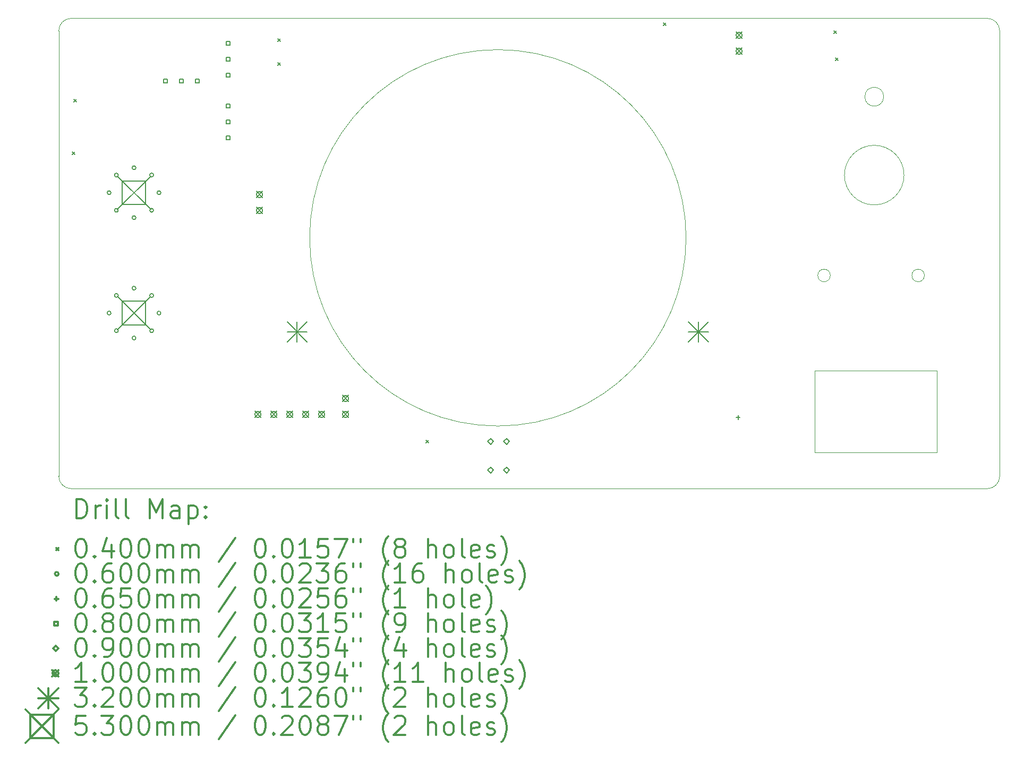
<source format=gbr>
%FSLAX45Y45*%
G04 Gerber Fmt 4.5, Leading zero omitted, Abs format (unit mm)*
G04 Created by KiCad (PCBNEW (5.1.10-1-10_14)) date 2021-10-15 11:06:59*
%MOMM*%
%LPD*%
G01*
G04 APERTURE LIST*
%TA.AperFunction,Profile*%
%ADD10C,0.050000*%
%TD*%
%ADD11C,0.200000*%
%ADD12C,0.300000*%
G04 APERTURE END LIST*
D10*
X22300000Y-6600000D02*
G75*
G03*
X22300000Y-6600000I-100000J0D01*
G01*
X8500000Y-2700000D02*
G75*
G02*
X8700000Y-2500000I200000J0D01*
G01*
X8700000Y-10000000D02*
G75*
G02*
X8500000Y-9800000I0J200000D01*
G01*
X23500000Y-9800000D02*
G75*
G02*
X23300000Y-10000000I-200000J0D01*
G01*
X20800000Y-6600000D02*
G75*
G03*
X20800000Y-6600000I-100000J0D01*
G01*
X21650000Y-3750000D02*
G75*
G03*
X21650000Y-3750000I-150000J0D01*
G01*
X20550000Y-9420600D02*
X20550000Y-8120600D01*
X22500000Y-9420600D02*
X20550000Y-9420600D01*
X22500000Y-8120600D02*
X22500000Y-9420600D01*
X20550000Y-8120600D02*
X22500000Y-8120600D01*
X23300000Y-2500000D02*
G75*
G02*
X23500000Y-2700000I0J-200000D01*
G01*
X21975000Y-5000000D02*
G75*
G03*
X21975000Y-5000000I-475000J0D01*
G01*
X18500000Y-6000000D02*
G75*
G03*
X18500000Y-6000000I-3000000J0D01*
G01*
X8500000Y-9800000D02*
X8500000Y-2700000D01*
X8700000Y-2500000D02*
X23300000Y-2500000D01*
X23500000Y-9800000D02*
X23500000Y-2700000D01*
X8700000Y-10000000D02*
X23300000Y-10000000D01*
D11*
X8717600Y-4628200D02*
X8757600Y-4668200D01*
X8757600Y-4628200D02*
X8717600Y-4668200D01*
X8743000Y-3790000D02*
X8783000Y-3830000D01*
X8783000Y-3790000D02*
X8743000Y-3830000D01*
X11994200Y-2824800D02*
X12034200Y-2864800D01*
X12034200Y-2824800D02*
X11994200Y-2864800D01*
X11994200Y-3205800D02*
X12034200Y-3245800D01*
X12034200Y-3205800D02*
X11994200Y-3245800D01*
X14356400Y-9225600D02*
X14396400Y-9265600D01*
X14396400Y-9225600D02*
X14356400Y-9265600D01*
X18141000Y-2570800D02*
X18181000Y-2610800D01*
X18181000Y-2570800D02*
X18141000Y-2610800D01*
X20858800Y-2697800D02*
X20898800Y-2737800D01*
X20898800Y-2697800D02*
X20858800Y-2737800D01*
X20884200Y-3129600D02*
X20924200Y-3169600D01*
X20924200Y-3129600D02*
X20884200Y-3169600D01*
X9332500Y-5280000D02*
G75*
G03*
X9332500Y-5280000I-30000J0D01*
G01*
X9332500Y-7200000D02*
G75*
G03*
X9332500Y-7200000I-30000J0D01*
G01*
X9448925Y-4998925D02*
G75*
G03*
X9448925Y-4998925I-30000J0D01*
G01*
X9448925Y-5561075D02*
G75*
G03*
X9448925Y-5561075I-30000J0D01*
G01*
X9448925Y-6918925D02*
G75*
G03*
X9448925Y-6918925I-30000J0D01*
G01*
X9448925Y-7481075D02*
G75*
G03*
X9448925Y-7481075I-30000J0D01*
G01*
X9730000Y-4882500D02*
G75*
G03*
X9730000Y-4882500I-30000J0D01*
G01*
X9730000Y-5677500D02*
G75*
G03*
X9730000Y-5677500I-30000J0D01*
G01*
X9730000Y-6802500D02*
G75*
G03*
X9730000Y-6802500I-30000J0D01*
G01*
X9730000Y-7597500D02*
G75*
G03*
X9730000Y-7597500I-30000J0D01*
G01*
X10011075Y-4998925D02*
G75*
G03*
X10011075Y-4998925I-30000J0D01*
G01*
X10011075Y-5561075D02*
G75*
G03*
X10011075Y-5561075I-30000J0D01*
G01*
X10011075Y-6918925D02*
G75*
G03*
X10011075Y-6918925I-30000J0D01*
G01*
X10011075Y-7481075D02*
G75*
G03*
X10011075Y-7481075I-30000J0D01*
G01*
X10127500Y-5280000D02*
G75*
G03*
X10127500Y-5280000I-30000J0D01*
G01*
X10127500Y-7200000D02*
G75*
G03*
X10127500Y-7200000I-30000J0D01*
G01*
X19329400Y-8832100D02*
X19329400Y-8897100D01*
X19296900Y-8864600D02*
X19361900Y-8864600D01*
X10228285Y-3528284D02*
X10228285Y-3471715D01*
X10171716Y-3471715D01*
X10171716Y-3528284D01*
X10228285Y-3528284D01*
X10482285Y-3528284D02*
X10482285Y-3471715D01*
X10425716Y-3471715D01*
X10425716Y-3528284D01*
X10482285Y-3528284D01*
X10736285Y-3528284D02*
X10736285Y-3471715D01*
X10679716Y-3471715D01*
X10679716Y-3528284D01*
X10736285Y-3528284D01*
X11228284Y-2928284D02*
X11228284Y-2871715D01*
X11171716Y-2871715D01*
X11171716Y-2928284D01*
X11228284Y-2928284D01*
X11228284Y-3182284D02*
X11228284Y-3125715D01*
X11171716Y-3125715D01*
X11171716Y-3182284D01*
X11228284Y-3182284D01*
X11228284Y-3436284D02*
X11228284Y-3379715D01*
X11171716Y-3379715D01*
X11171716Y-3436284D01*
X11228284Y-3436284D01*
X11228284Y-3928284D02*
X11228284Y-3871715D01*
X11171716Y-3871715D01*
X11171716Y-3928284D01*
X11228284Y-3928284D01*
X11228284Y-4182284D02*
X11228284Y-4125715D01*
X11171716Y-4125715D01*
X11171716Y-4182284D01*
X11228284Y-4182284D01*
X11228284Y-4436285D02*
X11228284Y-4379716D01*
X11171716Y-4379716D01*
X11171716Y-4436285D01*
X11228284Y-4436285D01*
X15383400Y-9292400D02*
X15428400Y-9247400D01*
X15383400Y-9202400D01*
X15338400Y-9247400D01*
X15383400Y-9292400D01*
X15383400Y-9749600D02*
X15428400Y-9704600D01*
X15383400Y-9659600D01*
X15338400Y-9704600D01*
X15383400Y-9749600D01*
X15637400Y-9292400D02*
X15682400Y-9247400D01*
X15637400Y-9202400D01*
X15592400Y-9247400D01*
X15637400Y-9292400D01*
X15637400Y-9749600D02*
X15682400Y-9704600D01*
X15637400Y-9659600D01*
X15592400Y-9704600D01*
X15637400Y-9749600D01*
X11625000Y-8765600D02*
X11725000Y-8865600D01*
X11725000Y-8765600D02*
X11625000Y-8865600D01*
X11725000Y-8815600D02*
G75*
G03*
X11725000Y-8815600I-50000J0D01*
G01*
X11650400Y-5260400D02*
X11750400Y-5360400D01*
X11750400Y-5260400D02*
X11650400Y-5360400D01*
X11750400Y-5310400D02*
G75*
G03*
X11750400Y-5310400I-50000J0D01*
G01*
X11650400Y-5514400D02*
X11750400Y-5614400D01*
X11750400Y-5514400D02*
X11650400Y-5614400D01*
X11750400Y-5564400D02*
G75*
G03*
X11750400Y-5564400I-50000J0D01*
G01*
X11879000Y-8765600D02*
X11979000Y-8865600D01*
X11979000Y-8765600D02*
X11879000Y-8865600D01*
X11979000Y-8815600D02*
G75*
G03*
X11979000Y-8815600I-50000J0D01*
G01*
X12133000Y-8765600D02*
X12233000Y-8865600D01*
X12233000Y-8765600D02*
X12133000Y-8865600D01*
X12233000Y-8815600D02*
G75*
G03*
X12233000Y-8815600I-50000J0D01*
G01*
X12387000Y-8765600D02*
X12487000Y-8865600D01*
X12487000Y-8765600D02*
X12387000Y-8865600D01*
X12487000Y-8815600D02*
G75*
G03*
X12487000Y-8815600I-50000J0D01*
G01*
X12641000Y-8765600D02*
X12741000Y-8865600D01*
X12741000Y-8765600D02*
X12641000Y-8865600D01*
X12741000Y-8815600D02*
G75*
G03*
X12741000Y-8815600I-50000J0D01*
G01*
X13022000Y-8511600D02*
X13122000Y-8611600D01*
X13122000Y-8511600D02*
X13022000Y-8611600D01*
X13122000Y-8561600D02*
G75*
G03*
X13122000Y-8561600I-50000J0D01*
G01*
X13022000Y-8765600D02*
X13122000Y-8865600D01*
X13122000Y-8765600D02*
X13022000Y-8865600D01*
X13122000Y-8815600D02*
G75*
G03*
X13122000Y-8815600I-50000J0D01*
G01*
X19295800Y-2720400D02*
X19395800Y-2820400D01*
X19395800Y-2720400D02*
X19295800Y-2820400D01*
X19395800Y-2770400D02*
G75*
G03*
X19395800Y-2770400I-50000J0D01*
G01*
X19295800Y-2974400D02*
X19395800Y-3074400D01*
X19395800Y-2974400D02*
X19295800Y-3074400D01*
X19395800Y-3024400D02*
G75*
G03*
X19395800Y-3024400I-50000J0D01*
G01*
X12140000Y-7340000D02*
X12460000Y-7660000D01*
X12460000Y-7340000D02*
X12140000Y-7660000D01*
X12300000Y-7340000D02*
X12300000Y-7660000D01*
X12140000Y-7500000D02*
X12460000Y-7500000D01*
X18540000Y-7340000D02*
X18860000Y-7660000D01*
X18860000Y-7340000D02*
X18540000Y-7660000D01*
X18700000Y-7340000D02*
X18700000Y-7660000D01*
X18540000Y-7500000D02*
X18860000Y-7500000D01*
X9435000Y-5015000D02*
X9965000Y-5545000D01*
X9965000Y-5015000D02*
X9435000Y-5545000D01*
X9887385Y-5467385D02*
X9887385Y-5092615D01*
X9512615Y-5092615D01*
X9512615Y-5467385D01*
X9887385Y-5467385D01*
X9435000Y-6935000D02*
X9965000Y-7465000D01*
X9965000Y-6935000D02*
X9435000Y-7465000D01*
X9887385Y-7387385D02*
X9887385Y-7012615D01*
X9512615Y-7012615D01*
X9512615Y-7387385D01*
X9887385Y-7387385D01*
D12*
X8783928Y-10468214D02*
X8783928Y-10168214D01*
X8855357Y-10168214D01*
X8898214Y-10182500D01*
X8926786Y-10211072D01*
X8941071Y-10239643D01*
X8955357Y-10296786D01*
X8955357Y-10339643D01*
X8941071Y-10396786D01*
X8926786Y-10425357D01*
X8898214Y-10453929D01*
X8855357Y-10468214D01*
X8783928Y-10468214D01*
X9083928Y-10468214D02*
X9083928Y-10268214D01*
X9083928Y-10325357D02*
X9098214Y-10296786D01*
X9112500Y-10282500D01*
X9141071Y-10268214D01*
X9169643Y-10268214D01*
X9269643Y-10468214D02*
X9269643Y-10268214D01*
X9269643Y-10168214D02*
X9255357Y-10182500D01*
X9269643Y-10196786D01*
X9283928Y-10182500D01*
X9269643Y-10168214D01*
X9269643Y-10196786D01*
X9455357Y-10468214D02*
X9426786Y-10453929D01*
X9412500Y-10425357D01*
X9412500Y-10168214D01*
X9612500Y-10468214D02*
X9583928Y-10453929D01*
X9569643Y-10425357D01*
X9569643Y-10168214D01*
X9955357Y-10468214D02*
X9955357Y-10168214D01*
X10055357Y-10382500D01*
X10155357Y-10168214D01*
X10155357Y-10468214D01*
X10426786Y-10468214D02*
X10426786Y-10311072D01*
X10412500Y-10282500D01*
X10383928Y-10268214D01*
X10326786Y-10268214D01*
X10298214Y-10282500D01*
X10426786Y-10453929D02*
X10398214Y-10468214D01*
X10326786Y-10468214D01*
X10298214Y-10453929D01*
X10283928Y-10425357D01*
X10283928Y-10396786D01*
X10298214Y-10368214D01*
X10326786Y-10353929D01*
X10398214Y-10353929D01*
X10426786Y-10339643D01*
X10569643Y-10268214D02*
X10569643Y-10568214D01*
X10569643Y-10282500D02*
X10598214Y-10268214D01*
X10655357Y-10268214D01*
X10683928Y-10282500D01*
X10698214Y-10296786D01*
X10712500Y-10325357D01*
X10712500Y-10411072D01*
X10698214Y-10439643D01*
X10683928Y-10453929D01*
X10655357Y-10468214D01*
X10598214Y-10468214D01*
X10569643Y-10453929D01*
X10841071Y-10439643D02*
X10855357Y-10453929D01*
X10841071Y-10468214D01*
X10826786Y-10453929D01*
X10841071Y-10439643D01*
X10841071Y-10468214D01*
X10841071Y-10282500D02*
X10855357Y-10296786D01*
X10841071Y-10311072D01*
X10826786Y-10296786D01*
X10841071Y-10282500D01*
X10841071Y-10311072D01*
X8457500Y-10942500D02*
X8497500Y-10982500D01*
X8497500Y-10942500D02*
X8457500Y-10982500D01*
X8841071Y-10798214D02*
X8869643Y-10798214D01*
X8898214Y-10812500D01*
X8912500Y-10826786D01*
X8926786Y-10855357D01*
X8941071Y-10912500D01*
X8941071Y-10983929D01*
X8926786Y-11041072D01*
X8912500Y-11069643D01*
X8898214Y-11083929D01*
X8869643Y-11098214D01*
X8841071Y-11098214D01*
X8812500Y-11083929D01*
X8798214Y-11069643D01*
X8783928Y-11041072D01*
X8769643Y-10983929D01*
X8769643Y-10912500D01*
X8783928Y-10855357D01*
X8798214Y-10826786D01*
X8812500Y-10812500D01*
X8841071Y-10798214D01*
X9069643Y-11069643D02*
X9083928Y-11083929D01*
X9069643Y-11098214D01*
X9055357Y-11083929D01*
X9069643Y-11069643D01*
X9069643Y-11098214D01*
X9341071Y-10898214D02*
X9341071Y-11098214D01*
X9269643Y-10783929D02*
X9198214Y-10998214D01*
X9383928Y-10998214D01*
X9555357Y-10798214D02*
X9583928Y-10798214D01*
X9612500Y-10812500D01*
X9626786Y-10826786D01*
X9641071Y-10855357D01*
X9655357Y-10912500D01*
X9655357Y-10983929D01*
X9641071Y-11041072D01*
X9626786Y-11069643D01*
X9612500Y-11083929D01*
X9583928Y-11098214D01*
X9555357Y-11098214D01*
X9526786Y-11083929D01*
X9512500Y-11069643D01*
X9498214Y-11041072D01*
X9483928Y-10983929D01*
X9483928Y-10912500D01*
X9498214Y-10855357D01*
X9512500Y-10826786D01*
X9526786Y-10812500D01*
X9555357Y-10798214D01*
X9841071Y-10798214D02*
X9869643Y-10798214D01*
X9898214Y-10812500D01*
X9912500Y-10826786D01*
X9926786Y-10855357D01*
X9941071Y-10912500D01*
X9941071Y-10983929D01*
X9926786Y-11041072D01*
X9912500Y-11069643D01*
X9898214Y-11083929D01*
X9869643Y-11098214D01*
X9841071Y-11098214D01*
X9812500Y-11083929D01*
X9798214Y-11069643D01*
X9783928Y-11041072D01*
X9769643Y-10983929D01*
X9769643Y-10912500D01*
X9783928Y-10855357D01*
X9798214Y-10826786D01*
X9812500Y-10812500D01*
X9841071Y-10798214D01*
X10069643Y-11098214D02*
X10069643Y-10898214D01*
X10069643Y-10926786D02*
X10083928Y-10912500D01*
X10112500Y-10898214D01*
X10155357Y-10898214D01*
X10183928Y-10912500D01*
X10198214Y-10941072D01*
X10198214Y-11098214D01*
X10198214Y-10941072D02*
X10212500Y-10912500D01*
X10241071Y-10898214D01*
X10283928Y-10898214D01*
X10312500Y-10912500D01*
X10326786Y-10941072D01*
X10326786Y-11098214D01*
X10469643Y-11098214D02*
X10469643Y-10898214D01*
X10469643Y-10926786D02*
X10483928Y-10912500D01*
X10512500Y-10898214D01*
X10555357Y-10898214D01*
X10583928Y-10912500D01*
X10598214Y-10941072D01*
X10598214Y-11098214D01*
X10598214Y-10941072D02*
X10612500Y-10912500D01*
X10641071Y-10898214D01*
X10683928Y-10898214D01*
X10712500Y-10912500D01*
X10726786Y-10941072D01*
X10726786Y-11098214D01*
X11312500Y-10783929D02*
X11055357Y-11169643D01*
X11698214Y-10798214D02*
X11726786Y-10798214D01*
X11755357Y-10812500D01*
X11769643Y-10826786D01*
X11783928Y-10855357D01*
X11798214Y-10912500D01*
X11798214Y-10983929D01*
X11783928Y-11041072D01*
X11769643Y-11069643D01*
X11755357Y-11083929D01*
X11726786Y-11098214D01*
X11698214Y-11098214D01*
X11669643Y-11083929D01*
X11655357Y-11069643D01*
X11641071Y-11041072D01*
X11626786Y-10983929D01*
X11626786Y-10912500D01*
X11641071Y-10855357D01*
X11655357Y-10826786D01*
X11669643Y-10812500D01*
X11698214Y-10798214D01*
X11926786Y-11069643D02*
X11941071Y-11083929D01*
X11926786Y-11098214D01*
X11912500Y-11083929D01*
X11926786Y-11069643D01*
X11926786Y-11098214D01*
X12126786Y-10798214D02*
X12155357Y-10798214D01*
X12183928Y-10812500D01*
X12198214Y-10826786D01*
X12212500Y-10855357D01*
X12226786Y-10912500D01*
X12226786Y-10983929D01*
X12212500Y-11041072D01*
X12198214Y-11069643D01*
X12183928Y-11083929D01*
X12155357Y-11098214D01*
X12126786Y-11098214D01*
X12098214Y-11083929D01*
X12083928Y-11069643D01*
X12069643Y-11041072D01*
X12055357Y-10983929D01*
X12055357Y-10912500D01*
X12069643Y-10855357D01*
X12083928Y-10826786D01*
X12098214Y-10812500D01*
X12126786Y-10798214D01*
X12512500Y-11098214D02*
X12341071Y-11098214D01*
X12426786Y-11098214D02*
X12426786Y-10798214D01*
X12398214Y-10841072D01*
X12369643Y-10869643D01*
X12341071Y-10883929D01*
X12783928Y-10798214D02*
X12641071Y-10798214D01*
X12626786Y-10941072D01*
X12641071Y-10926786D01*
X12669643Y-10912500D01*
X12741071Y-10912500D01*
X12769643Y-10926786D01*
X12783928Y-10941072D01*
X12798214Y-10969643D01*
X12798214Y-11041072D01*
X12783928Y-11069643D01*
X12769643Y-11083929D01*
X12741071Y-11098214D01*
X12669643Y-11098214D01*
X12641071Y-11083929D01*
X12626786Y-11069643D01*
X12898214Y-10798214D02*
X13098214Y-10798214D01*
X12969643Y-11098214D01*
X13198214Y-10798214D02*
X13198214Y-10855357D01*
X13312500Y-10798214D02*
X13312500Y-10855357D01*
X13755357Y-11212500D02*
X13741071Y-11198214D01*
X13712500Y-11155357D01*
X13698214Y-11126786D01*
X13683928Y-11083929D01*
X13669643Y-11012500D01*
X13669643Y-10955357D01*
X13683928Y-10883929D01*
X13698214Y-10841072D01*
X13712500Y-10812500D01*
X13741071Y-10769643D01*
X13755357Y-10755357D01*
X13912500Y-10926786D02*
X13883928Y-10912500D01*
X13869643Y-10898214D01*
X13855357Y-10869643D01*
X13855357Y-10855357D01*
X13869643Y-10826786D01*
X13883928Y-10812500D01*
X13912500Y-10798214D01*
X13969643Y-10798214D01*
X13998214Y-10812500D01*
X14012500Y-10826786D01*
X14026786Y-10855357D01*
X14026786Y-10869643D01*
X14012500Y-10898214D01*
X13998214Y-10912500D01*
X13969643Y-10926786D01*
X13912500Y-10926786D01*
X13883928Y-10941072D01*
X13869643Y-10955357D01*
X13855357Y-10983929D01*
X13855357Y-11041072D01*
X13869643Y-11069643D01*
X13883928Y-11083929D01*
X13912500Y-11098214D01*
X13969643Y-11098214D01*
X13998214Y-11083929D01*
X14012500Y-11069643D01*
X14026786Y-11041072D01*
X14026786Y-10983929D01*
X14012500Y-10955357D01*
X13998214Y-10941072D01*
X13969643Y-10926786D01*
X14383928Y-11098214D02*
X14383928Y-10798214D01*
X14512500Y-11098214D02*
X14512500Y-10941072D01*
X14498214Y-10912500D01*
X14469643Y-10898214D01*
X14426786Y-10898214D01*
X14398214Y-10912500D01*
X14383928Y-10926786D01*
X14698214Y-11098214D02*
X14669643Y-11083929D01*
X14655357Y-11069643D01*
X14641071Y-11041072D01*
X14641071Y-10955357D01*
X14655357Y-10926786D01*
X14669643Y-10912500D01*
X14698214Y-10898214D01*
X14741071Y-10898214D01*
X14769643Y-10912500D01*
X14783928Y-10926786D01*
X14798214Y-10955357D01*
X14798214Y-11041072D01*
X14783928Y-11069643D01*
X14769643Y-11083929D01*
X14741071Y-11098214D01*
X14698214Y-11098214D01*
X14969643Y-11098214D02*
X14941071Y-11083929D01*
X14926786Y-11055357D01*
X14926786Y-10798214D01*
X15198214Y-11083929D02*
X15169643Y-11098214D01*
X15112500Y-11098214D01*
X15083928Y-11083929D01*
X15069643Y-11055357D01*
X15069643Y-10941072D01*
X15083928Y-10912500D01*
X15112500Y-10898214D01*
X15169643Y-10898214D01*
X15198214Y-10912500D01*
X15212500Y-10941072D01*
X15212500Y-10969643D01*
X15069643Y-10998214D01*
X15326786Y-11083929D02*
X15355357Y-11098214D01*
X15412500Y-11098214D01*
X15441071Y-11083929D01*
X15455357Y-11055357D01*
X15455357Y-11041072D01*
X15441071Y-11012500D01*
X15412500Y-10998214D01*
X15369643Y-10998214D01*
X15341071Y-10983929D01*
X15326786Y-10955357D01*
X15326786Y-10941072D01*
X15341071Y-10912500D01*
X15369643Y-10898214D01*
X15412500Y-10898214D01*
X15441071Y-10912500D01*
X15555357Y-11212500D02*
X15569643Y-11198214D01*
X15598214Y-11155357D01*
X15612500Y-11126786D01*
X15626786Y-11083929D01*
X15641071Y-11012500D01*
X15641071Y-10955357D01*
X15626786Y-10883929D01*
X15612500Y-10841072D01*
X15598214Y-10812500D01*
X15569643Y-10769643D01*
X15555357Y-10755357D01*
X8497500Y-11358500D02*
G75*
G03*
X8497500Y-11358500I-30000J0D01*
G01*
X8841071Y-11194214D02*
X8869643Y-11194214D01*
X8898214Y-11208500D01*
X8912500Y-11222786D01*
X8926786Y-11251357D01*
X8941071Y-11308500D01*
X8941071Y-11379929D01*
X8926786Y-11437071D01*
X8912500Y-11465643D01*
X8898214Y-11479929D01*
X8869643Y-11494214D01*
X8841071Y-11494214D01*
X8812500Y-11479929D01*
X8798214Y-11465643D01*
X8783928Y-11437071D01*
X8769643Y-11379929D01*
X8769643Y-11308500D01*
X8783928Y-11251357D01*
X8798214Y-11222786D01*
X8812500Y-11208500D01*
X8841071Y-11194214D01*
X9069643Y-11465643D02*
X9083928Y-11479929D01*
X9069643Y-11494214D01*
X9055357Y-11479929D01*
X9069643Y-11465643D01*
X9069643Y-11494214D01*
X9341071Y-11194214D02*
X9283928Y-11194214D01*
X9255357Y-11208500D01*
X9241071Y-11222786D01*
X9212500Y-11265643D01*
X9198214Y-11322786D01*
X9198214Y-11437071D01*
X9212500Y-11465643D01*
X9226786Y-11479929D01*
X9255357Y-11494214D01*
X9312500Y-11494214D01*
X9341071Y-11479929D01*
X9355357Y-11465643D01*
X9369643Y-11437071D01*
X9369643Y-11365643D01*
X9355357Y-11337071D01*
X9341071Y-11322786D01*
X9312500Y-11308500D01*
X9255357Y-11308500D01*
X9226786Y-11322786D01*
X9212500Y-11337071D01*
X9198214Y-11365643D01*
X9555357Y-11194214D02*
X9583928Y-11194214D01*
X9612500Y-11208500D01*
X9626786Y-11222786D01*
X9641071Y-11251357D01*
X9655357Y-11308500D01*
X9655357Y-11379929D01*
X9641071Y-11437071D01*
X9626786Y-11465643D01*
X9612500Y-11479929D01*
X9583928Y-11494214D01*
X9555357Y-11494214D01*
X9526786Y-11479929D01*
X9512500Y-11465643D01*
X9498214Y-11437071D01*
X9483928Y-11379929D01*
X9483928Y-11308500D01*
X9498214Y-11251357D01*
X9512500Y-11222786D01*
X9526786Y-11208500D01*
X9555357Y-11194214D01*
X9841071Y-11194214D02*
X9869643Y-11194214D01*
X9898214Y-11208500D01*
X9912500Y-11222786D01*
X9926786Y-11251357D01*
X9941071Y-11308500D01*
X9941071Y-11379929D01*
X9926786Y-11437071D01*
X9912500Y-11465643D01*
X9898214Y-11479929D01*
X9869643Y-11494214D01*
X9841071Y-11494214D01*
X9812500Y-11479929D01*
X9798214Y-11465643D01*
X9783928Y-11437071D01*
X9769643Y-11379929D01*
X9769643Y-11308500D01*
X9783928Y-11251357D01*
X9798214Y-11222786D01*
X9812500Y-11208500D01*
X9841071Y-11194214D01*
X10069643Y-11494214D02*
X10069643Y-11294214D01*
X10069643Y-11322786D02*
X10083928Y-11308500D01*
X10112500Y-11294214D01*
X10155357Y-11294214D01*
X10183928Y-11308500D01*
X10198214Y-11337071D01*
X10198214Y-11494214D01*
X10198214Y-11337071D02*
X10212500Y-11308500D01*
X10241071Y-11294214D01*
X10283928Y-11294214D01*
X10312500Y-11308500D01*
X10326786Y-11337071D01*
X10326786Y-11494214D01*
X10469643Y-11494214D02*
X10469643Y-11294214D01*
X10469643Y-11322786D02*
X10483928Y-11308500D01*
X10512500Y-11294214D01*
X10555357Y-11294214D01*
X10583928Y-11308500D01*
X10598214Y-11337071D01*
X10598214Y-11494214D01*
X10598214Y-11337071D02*
X10612500Y-11308500D01*
X10641071Y-11294214D01*
X10683928Y-11294214D01*
X10712500Y-11308500D01*
X10726786Y-11337071D01*
X10726786Y-11494214D01*
X11312500Y-11179929D02*
X11055357Y-11565643D01*
X11698214Y-11194214D02*
X11726786Y-11194214D01*
X11755357Y-11208500D01*
X11769643Y-11222786D01*
X11783928Y-11251357D01*
X11798214Y-11308500D01*
X11798214Y-11379929D01*
X11783928Y-11437071D01*
X11769643Y-11465643D01*
X11755357Y-11479929D01*
X11726786Y-11494214D01*
X11698214Y-11494214D01*
X11669643Y-11479929D01*
X11655357Y-11465643D01*
X11641071Y-11437071D01*
X11626786Y-11379929D01*
X11626786Y-11308500D01*
X11641071Y-11251357D01*
X11655357Y-11222786D01*
X11669643Y-11208500D01*
X11698214Y-11194214D01*
X11926786Y-11465643D02*
X11941071Y-11479929D01*
X11926786Y-11494214D01*
X11912500Y-11479929D01*
X11926786Y-11465643D01*
X11926786Y-11494214D01*
X12126786Y-11194214D02*
X12155357Y-11194214D01*
X12183928Y-11208500D01*
X12198214Y-11222786D01*
X12212500Y-11251357D01*
X12226786Y-11308500D01*
X12226786Y-11379929D01*
X12212500Y-11437071D01*
X12198214Y-11465643D01*
X12183928Y-11479929D01*
X12155357Y-11494214D01*
X12126786Y-11494214D01*
X12098214Y-11479929D01*
X12083928Y-11465643D01*
X12069643Y-11437071D01*
X12055357Y-11379929D01*
X12055357Y-11308500D01*
X12069643Y-11251357D01*
X12083928Y-11222786D01*
X12098214Y-11208500D01*
X12126786Y-11194214D01*
X12341071Y-11222786D02*
X12355357Y-11208500D01*
X12383928Y-11194214D01*
X12455357Y-11194214D01*
X12483928Y-11208500D01*
X12498214Y-11222786D01*
X12512500Y-11251357D01*
X12512500Y-11279929D01*
X12498214Y-11322786D01*
X12326786Y-11494214D01*
X12512500Y-11494214D01*
X12612500Y-11194214D02*
X12798214Y-11194214D01*
X12698214Y-11308500D01*
X12741071Y-11308500D01*
X12769643Y-11322786D01*
X12783928Y-11337071D01*
X12798214Y-11365643D01*
X12798214Y-11437071D01*
X12783928Y-11465643D01*
X12769643Y-11479929D01*
X12741071Y-11494214D01*
X12655357Y-11494214D01*
X12626786Y-11479929D01*
X12612500Y-11465643D01*
X13055357Y-11194214D02*
X12998214Y-11194214D01*
X12969643Y-11208500D01*
X12955357Y-11222786D01*
X12926786Y-11265643D01*
X12912500Y-11322786D01*
X12912500Y-11437071D01*
X12926786Y-11465643D01*
X12941071Y-11479929D01*
X12969643Y-11494214D01*
X13026786Y-11494214D01*
X13055357Y-11479929D01*
X13069643Y-11465643D01*
X13083928Y-11437071D01*
X13083928Y-11365643D01*
X13069643Y-11337071D01*
X13055357Y-11322786D01*
X13026786Y-11308500D01*
X12969643Y-11308500D01*
X12941071Y-11322786D01*
X12926786Y-11337071D01*
X12912500Y-11365643D01*
X13198214Y-11194214D02*
X13198214Y-11251357D01*
X13312500Y-11194214D02*
X13312500Y-11251357D01*
X13755357Y-11608500D02*
X13741071Y-11594214D01*
X13712500Y-11551357D01*
X13698214Y-11522786D01*
X13683928Y-11479929D01*
X13669643Y-11408500D01*
X13669643Y-11351357D01*
X13683928Y-11279929D01*
X13698214Y-11237071D01*
X13712500Y-11208500D01*
X13741071Y-11165643D01*
X13755357Y-11151357D01*
X14026786Y-11494214D02*
X13855357Y-11494214D01*
X13941071Y-11494214D02*
X13941071Y-11194214D01*
X13912500Y-11237071D01*
X13883928Y-11265643D01*
X13855357Y-11279929D01*
X14283928Y-11194214D02*
X14226786Y-11194214D01*
X14198214Y-11208500D01*
X14183928Y-11222786D01*
X14155357Y-11265643D01*
X14141071Y-11322786D01*
X14141071Y-11437071D01*
X14155357Y-11465643D01*
X14169643Y-11479929D01*
X14198214Y-11494214D01*
X14255357Y-11494214D01*
X14283928Y-11479929D01*
X14298214Y-11465643D01*
X14312500Y-11437071D01*
X14312500Y-11365643D01*
X14298214Y-11337071D01*
X14283928Y-11322786D01*
X14255357Y-11308500D01*
X14198214Y-11308500D01*
X14169643Y-11322786D01*
X14155357Y-11337071D01*
X14141071Y-11365643D01*
X14669643Y-11494214D02*
X14669643Y-11194214D01*
X14798214Y-11494214D02*
X14798214Y-11337071D01*
X14783928Y-11308500D01*
X14755357Y-11294214D01*
X14712500Y-11294214D01*
X14683928Y-11308500D01*
X14669643Y-11322786D01*
X14983928Y-11494214D02*
X14955357Y-11479929D01*
X14941071Y-11465643D01*
X14926786Y-11437071D01*
X14926786Y-11351357D01*
X14941071Y-11322786D01*
X14955357Y-11308500D01*
X14983928Y-11294214D01*
X15026786Y-11294214D01*
X15055357Y-11308500D01*
X15069643Y-11322786D01*
X15083928Y-11351357D01*
X15083928Y-11437071D01*
X15069643Y-11465643D01*
X15055357Y-11479929D01*
X15026786Y-11494214D01*
X14983928Y-11494214D01*
X15255357Y-11494214D02*
X15226786Y-11479929D01*
X15212500Y-11451357D01*
X15212500Y-11194214D01*
X15483928Y-11479929D02*
X15455357Y-11494214D01*
X15398214Y-11494214D01*
X15369643Y-11479929D01*
X15355357Y-11451357D01*
X15355357Y-11337071D01*
X15369643Y-11308500D01*
X15398214Y-11294214D01*
X15455357Y-11294214D01*
X15483928Y-11308500D01*
X15498214Y-11337071D01*
X15498214Y-11365643D01*
X15355357Y-11394214D01*
X15612500Y-11479929D02*
X15641071Y-11494214D01*
X15698214Y-11494214D01*
X15726786Y-11479929D01*
X15741071Y-11451357D01*
X15741071Y-11437071D01*
X15726786Y-11408500D01*
X15698214Y-11394214D01*
X15655357Y-11394214D01*
X15626786Y-11379929D01*
X15612500Y-11351357D01*
X15612500Y-11337071D01*
X15626786Y-11308500D01*
X15655357Y-11294214D01*
X15698214Y-11294214D01*
X15726786Y-11308500D01*
X15841071Y-11608500D02*
X15855357Y-11594214D01*
X15883928Y-11551357D01*
X15898214Y-11522786D01*
X15912500Y-11479929D01*
X15926786Y-11408500D01*
X15926786Y-11351357D01*
X15912500Y-11279929D01*
X15898214Y-11237071D01*
X15883928Y-11208500D01*
X15855357Y-11165643D01*
X15841071Y-11151357D01*
X8465000Y-11722000D02*
X8465000Y-11787000D01*
X8432500Y-11754500D02*
X8497500Y-11754500D01*
X8841071Y-11590214D02*
X8869643Y-11590214D01*
X8898214Y-11604500D01*
X8912500Y-11618786D01*
X8926786Y-11647357D01*
X8941071Y-11704500D01*
X8941071Y-11775929D01*
X8926786Y-11833071D01*
X8912500Y-11861643D01*
X8898214Y-11875929D01*
X8869643Y-11890214D01*
X8841071Y-11890214D01*
X8812500Y-11875929D01*
X8798214Y-11861643D01*
X8783928Y-11833071D01*
X8769643Y-11775929D01*
X8769643Y-11704500D01*
X8783928Y-11647357D01*
X8798214Y-11618786D01*
X8812500Y-11604500D01*
X8841071Y-11590214D01*
X9069643Y-11861643D02*
X9083928Y-11875929D01*
X9069643Y-11890214D01*
X9055357Y-11875929D01*
X9069643Y-11861643D01*
X9069643Y-11890214D01*
X9341071Y-11590214D02*
X9283928Y-11590214D01*
X9255357Y-11604500D01*
X9241071Y-11618786D01*
X9212500Y-11661643D01*
X9198214Y-11718786D01*
X9198214Y-11833071D01*
X9212500Y-11861643D01*
X9226786Y-11875929D01*
X9255357Y-11890214D01*
X9312500Y-11890214D01*
X9341071Y-11875929D01*
X9355357Y-11861643D01*
X9369643Y-11833071D01*
X9369643Y-11761643D01*
X9355357Y-11733071D01*
X9341071Y-11718786D01*
X9312500Y-11704500D01*
X9255357Y-11704500D01*
X9226786Y-11718786D01*
X9212500Y-11733071D01*
X9198214Y-11761643D01*
X9641071Y-11590214D02*
X9498214Y-11590214D01*
X9483928Y-11733071D01*
X9498214Y-11718786D01*
X9526786Y-11704500D01*
X9598214Y-11704500D01*
X9626786Y-11718786D01*
X9641071Y-11733071D01*
X9655357Y-11761643D01*
X9655357Y-11833071D01*
X9641071Y-11861643D01*
X9626786Y-11875929D01*
X9598214Y-11890214D01*
X9526786Y-11890214D01*
X9498214Y-11875929D01*
X9483928Y-11861643D01*
X9841071Y-11590214D02*
X9869643Y-11590214D01*
X9898214Y-11604500D01*
X9912500Y-11618786D01*
X9926786Y-11647357D01*
X9941071Y-11704500D01*
X9941071Y-11775929D01*
X9926786Y-11833071D01*
X9912500Y-11861643D01*
X9898214Y-11875929D01*
X9869643Y-11890214D01*
X9841071Y-11890214D01*
X9812500Y-11875929D01*
X9798214Y-11861643D01*
X9783928Y-11833071D01*
X9769643Y-11775929D01*
X9769643Y-11704500D01*
X9783928Y-11647357D01*
X9798214Y-11618786D01*
X9812500Y-11604500D01*
X9841071Y-11590214D01*
X10069643Y-11890214D02*
X10069643Y-11690214D01*
X10069643Y-11718786D02*
X10083928Y-11704500D01*
X10112500Y-11690214D01*
X10155357Y-11690214D01*
X10183928Y-11704500D01*
X10198214Y-11733071D01*
X10198214Y-11890214D01*
X10198214Y-11733071D02*
X10212500Y-11704500D01*
X10241071Y-11690214D01*
X10283928Y-11690214D01*
X10312500Y-11704500D01*
X10326786Y-11733071D01*
X10326786Y-11890214D01*
X10469643Y-11890214D02*
X10469643Y-11690214D01*
X10469643Y-11718786D02*
X10483928Y-11704500D01*
X10512500Y-11690214D01*
X10555357Y-11690214D01*
X10583928Y-11704500D01*
X10598214Y-11733071D01*
X10598214Y-11890214D01*
X10598214Y-11733071D02*
X10612500Y-11704500D01*
X10641071Y-11690214D01*
X10683928Y-11690214D01*
X10712500Y-11704500D01*
X10726786Y-11733071D01*
X10726786Y-11890214D01*
X11312500Y-11575929D02*
X11055357Y-11961643D01*
X11698214Y-11590214D02*
X11726786Y-11590214D01*
X11755357Y-11604500D01*
X11769643Y-11618786D01*
X11783928Y-11647357D01*
X11798214Y-11704500D01*
X11798214Y-11775929D01*
X11783928Y-11833071D01*
X11769643Y-11861643D01*
X11755357Y-11875929D01*
X11726786Y-11890214D01*
X11698214Y-11890214D01*
X11669643Y-11875929D01*
X11655357Y-11861643D01*
X11641071Y-11833071D01*
X11626786Y-11775929D01*
X11626786Y-11704500D01*
X11641071Y-11647357D01*
X11655357Y-11618786D01*
X11669643Y-11604500D01*
X11698214Y-11590214D01*
X11926786Y-11861643D02*
X11941071Y-11875929D01*
X11926786Y-11890214D01*
X11912500Y-11875929D01*
X11926786Y-11861643D01*
X11926786Y-11890214D01*
X12126786Y-11590214D02*
X12155357Y-11590214D01*
X12183928Y-11604500D01*
X12198214Y-11618786D01*
X12212500Y-11647357D01*
X12226786Y-11704500D01*
X12226786Y-11775929D01*
X12212500Y-11833071D01*
X12198214Y-11861643D01*
X12183928Y-11875929D01*
X12155357Y-11890214D01*
X12126786Y-11890214D01*
X12098214Y-11875929D01*
X12083928Y-11861643D01*
X12069643Y-11833071D01*
X12055357Y-11775929D01*
X12055357Y-11704500D01*
X12069643Y-11647357D01*
X12083928Y-11618786D01*
X12098214Y-11604500D01*
X12126786Y-11590214D01*
X12341071Y-11618786D02*
X12355357Y-11604500D01*
X12383928Y-11590214D01*
X12455357Y-11590214D01*
X12483928Y-11604500D01*
X12498214Y-11618786D01*
X12512500Y-11647357D01*
X12512500Y-11675929D01*
X12498214Y-11718786D01*
X12326786Y-11890214D01*
X12512500Y-11890214D01*
X12783928Y-11590214D02*
X12641071Y-11590214D01*
X12626786Y-11733071D01*
X12641071Y-11718786D01*
X12669643Y-11704500D01*
X12741071Y-11704500D01*
X12769643Y-11718786D01*
X12783928Y-11733071D01*
X12798214Y-11761643D01*
X12798214Y-11833071D01*
X12783928Y-11861643D01*
X12769643Y-11875929D01*
X12741071Y-11890214D01*
X12669643Y-11890214D01*
X12641071Y-11875929D01*
X12626786Y-11861643D01*
X13055357Y-11590214D02*
X12998214Y-11590214D01*
X12969643Y-11604500D01*
X12955357Y-11618786D01*
X12926786Y-11661643D01*
X12912500Y-11718786D01*
X12912500Y-11833071D01*
X12926786Y-11861643D01*
X12941071Y-11875929D01*
X12969643Y-11890214D01*
X13026786Y-11890214D01*
X13055357Y-11875929D01*
X13069643Y-11861643D01*
X13083928Y-11833071D01*
X13083928Y-11761643D01*
X13069643Y-11733071D01*
X13055357Y-11718786D01*
X13026786Y-11704500D01*
X12969643Y-11704500D01*
X12941071Y-11718786D01*
X12926786Y-11733071D01*
X12912500Y-11761643D01*
X13198214Y-11590214D02*
X13198214Y-11647357D01*
X13312500Y-11590214D02*
X13312500Y-11647357D01*
X13755357Y-12004500D02*
X13741071Y-11990214D01*
X13712500Y-11947357D01*
X13698214Y-11918786D01*
X13683928Y-11875929D01*
X13669643Y-11804500D01*
X13669643Y-11747357D01*
X13683928Y-11675929D01*
X13698214Y-11633071D01*
X13712500Y-11604500D01*
X13741071Y-11561643D01*
X13755357Y-11547357D01*
X14026786Y-11890214D02*
X13855357Y-11890214D01*
X13941071Y-11890214D02*
X13941071Y-11590214D01*
X13912500Y-11633071D01*
X13883928Y-11661643D01*
X13855357Y-11675929D01*
X14383928Y-11890214D02*
X14383928Y-11590214D01*
X14512500Y-11890214D02*
X14512500Y-11733071D01*
X14498214Y-11704500D01*
X14469643Y-11690214D01*
X14426786Y-11690214D01*
X14398214Y-11704500D01*
X14383928Y-11718786D01*
X14698214Y-11890214D02*
X14669643Y-11875929D01*
X14655357Y-11861643D01*
X14641071Y-11833071D01*
X14641071Y-11747357D01*
X14655357Y-11718786D01*
X14669643Y-11704500D01*
X14698214Y-11690214D01*
X14741071Y-11690214D01*
X14769643Y-11704500D01*
X14783928Y-11718786D01*
X14798214Y-11747357D01*
X14798214Y-11833071D01*
X14783928Y-11861643D01*
X14769643Y-11875929D01*
X14741071Y-11890214D01*
X14698214Y-11890214D01*
X14969643Y-11890214D02*
X14941071Y-11875929D01*
X14926786Y-11847357D01*
X14926786Y-11590214D01*
X15198214Y-11875929D02*
X15169643Y-11890214D01*
X15112500Y-11890214D01*
X15083928Y-11875929D01*
X15069643Y-11847357D01*
X15069643Y-11733071D01*
X15083928Y-11704500D01*
X15112500Y-11690214D01*
X15169643Y-11690214D01*
X15198214Y-11704500D01*
X15212500Y-11733071D01*
X15212500Y-11761643D01*
X15069643Y-11790214D01*
X15312500Y-12004500D02*
X15326786Y-11990214D01*
X15355357Y-11947357D01*
X15369643Y-11918786D01*
X15383928Y-11875929D01*
X15398214Y-11804500D01*
X15398214Y-11747357D01*
X15383928Y-11675929D01*
X15369643Y-11633071D01*
X15355357Y-11604500D01*
X15326786Y-11561643D01*
X15312500Y-11547357D01*
X8485784Y-12178785D02*
X8485784Y-12122216D01*
X8429215Y-12122216D01*
X8429215Y-12178785D01*
X8485784Y-12178785D01*
X8841071Y-11986214D02*
X8869643Y-11986214D01*
X8898214Y-12000500D01*
X8912500Y-12014786D01*
X8926786Y-12043357D01*
X8941071Y-12100500D01*
X8941071Y-12171929D01*
X8926786Y-12229071D01*
X8912500Y-12257643D01*
X8898214Y-12271929D01*
X8869643Y-12286214D01*
X8841071Y-12286214D01*
X8812500Y-12271929D01*
X8798214Y-12257643D01*
X8783928Y-12229071D01*
X8769643Y-12171929D01*
X8769643Y-12100500D01*
X8783928Y-12043357D01*
X8798214Y-12014786D01*
X8812500Y-12000500D01*
X8841071Y-11986214D01*
X9069643Y-12257643D02*
X9083928Y-12271929D01*
X9069643Y-12286214D01*
X9055357Y-12271929D01*
X9069643Y-12257643D01*
X9069643Y-12286214D01*
X9255357Y-12114786D02*
X9226786Y-12100500D01*
X9212500Y-12086214D01*
X9198214Y-12057643D01*
X9198214Y-12043357D01*
X9212500Y-12014786D01*
X9226786Y-12000500D01*
X9255357Y-11986214D01*
X9312500Y-11986214D01*
X9341071Y-12000500D01*
X9355357Y-12014786D01*
X9369643Y-12043357D01*
X9369643Y-12057643D01*
X9355357Y-12086214D01*
X9341071Y-12100500D01*
X9312500Y-12114786D01*
X9255357Y-12114786D01*
X9226786Y-12129071D01*
X9212500Y-12143357D01*
X9198214Y-12171929D01*
X9198214Y-12229071D01*
X9212500Y-12257643D01*
X9226786Y-12271929D01*
X9255357Y-12286214D01*
X9312500Y-12286214D01*
X9341071Y-12271929D01*
X9355357Y-12257643D01*
X9369643Y-12229071D01*
X9369643Y-12171929D01*
X9355357Y-12143357D01*
X9341071Y-12129071D01*
X9312500Y-12114786D01*
X9555357Y-11986214D02*
X9583928Y-11986214D01*
X9612500Y-12000500D01*
X9626786Y-12014786D01*
X9641071Y-12043357D01*
X9655357Y-12100500D01*
X9655357Y-12171929D01*
X9641071Y-12229071D01*
X9626786Y-12257643D01*
X9612500Y-12271929D01*
X9583928Y-12286214D01*
X9555357Y-12286214D01*
X9526786Y-12271929D01*
X9512500Y-12257643D01*
X9498214Y-12229071D01*
X9483928Y-12171929D01*
X9483928Y-12100500D01*
X9498214Y-12043357D01*
X9512500Y-12014786D01*
X9526786Y-12000500D01*
X9555357Y-11986214D01*
X9841071Y-11986214D02*
X9869643Y-11986214D01*
X9898214Y-12000500D01*
X9912500Y-12014786D01*
X9926786Y-12043357D01*
X9941071Y-12100500D01*
X9941071Y-12171929D01*
X9926786Y-12229071D01*
X9912500Y-12257643D01*
X9898214Y-12271929D01*
X9869643Y-12286214D01*
X9841071Y-12286214D01*
X9812500Y-12271929D01*
X9798214Y-12257643D01*
X9783928Y-12229071D01*
X9769643Y-12171929D01*
X9769643Y-12100500D01*
X9783928Y-12043357D01*
X9798214Y-12014786D01*
X9812500Y-12000500D01*
X9841071Y-11986214D01*
X10069643Y-12286214D02*
X10069643Y-12086214D01*
X10069643Y-12114786D02*
X10083928Y-12100500D01*
X10112500Y-12086214D01*
X10155357Y-12086214D01*
X10183928Y-12100500D01*
X10198214Y-12129071D01*
X10198214Y-12286214D01*
X10198214Y-12129071D02*
X10212500Y-12100500D01*
X10241071Y-12086214D01*
X10283928Y-12086214D01*
X10312500Y-12100500D01*
X10326786Y-12129071D01*
X10326786Y-12286214D01*
X10469643Y-12286214D02*
X10469643Y-12086214D01*
X10469643Y-12114786D02*
X10483928Y-12100500D01*
X10512500Y-12086214D01*
X10555357Y-12086214D01*
X10583928Y-12100500D01*
X10598214Y-12129071D01*
X10598214Y-12286214D01*
X10598214Y-12129071D02*
X10612500Y-12100500D01*
X10641071Y-12086214D01*
X10683928Y-12086214D01*
X10712500Y-12100500D01*
X10726786Y-12129071D01*
X10726786Y-12286214D01*
X11312500Y-11971929D02*
X11055357Y-12357643D01*
X11698214Y-11986214D02*
X11726786Y-11986214D01*
X11755357Y-12000500D01*
X11769643Y-12014786D01*
X11783928Y-12043357D01*
X11798214Y-12100500D01*
X11798214Y-12171929D01*
X11783928Y-12229071D01*
X11769643Y-12257643D01*
X11755357Y-12271929D01*
X11726786Y-12286214D01*
X11698214Y-12286214D01*
X11669643Y-12271929D01*
X11655357Y-12257643D01*
X11641071Y-12229071D01*
X11626786Y-12171929D01*
X11626786Y-12100500D01*
X11641071Y-12043357D01*
X11655357Y-12014786D01*
X11669643Y-12000500D01*
X11698214Y-11986214D01*
X11926786Y-12257643D02*
X11941071Y-12271929D01*
X11926786Y-12286214D01*
X11912500Y-12271929D01*
X11926786Y-12257643D01*
X11926786Y-12286214D01*
X12126786Y-11986214D02*
X12155357Y-11986214D01*
X12183928Y-12000500D01*
X12198214Y-12014786D01*
X12212500Y-12043357D01*
X12226786Y-12100500D01*
X12226786Y-12171929D01*
X12212500Y-12229071D01*
X12198214Y-12257643D01*
X12183928Y-12271929D01*
X12155357Y-12286214D01*
X12126786Y-12286214D01*
X12098214Y-12271929D01*
X12083928Y-12257643D01*
X12069643Y-12229071D01*
X12055357Y-12171929D01*
X12055357Y-12100500D01*
X12069643Y-12043357D01*
X12083928Y-12014786D01*
X12098214Y-12000500D01*
X12126786Y-11986214D01*
X12326786Y-11986214D02*
X12512500Y-11986214D01*
X12412500Y-12100500D01*
X12455357Y-12100500D01*
X12483928Y-12114786D01*
X12498214Y-12129071D01*
X12512500Y-12157643D01*
X12512500Y-12229071D01*
X12498214Y-12257643D01*
X12483928Y-12271929D01*
X12455357Y-12286214D01*
X12369643Y-12286214D01*
X12341071Y-12271929D01*
X12326786Y-12257643D01*
X12798214Y-12286214D02*
X12626786Y-12286214D01*
X12712500Y-12286214D02*
X12712500Y-11986214D01*
X12683928Y-12029071D01*
X12655357Y-12057643D01*
X12626786Y-12071929D01*
X13069643Y-11986214D02*
X12926786Y-11986214D01*
X12912500Y-12129071D01*
X12926786Y-12114786D01*
X12955357Y-12100500D01*
X13026786Y-12100500D01*
X13055357Y-12114786D01*
X13069643Y-12129071D01*
X13083928Y-12157643D01*
X13083928Y-12229071D01*
X13069643Y-12257643D01*
X13055357Y-12271929D01*
X13026786Y-12286214D01*
X12955357Y-12286214D01*
X12926786Y-12271929D01*
X12912500Y-12257643D01*
X13198214Y-11986214D02*
X13198214Y-12043357D01*
X13312500Y-11986214D02*
X13312500Y-12043357D01*
X13755357Y-12400500D02*
X13741071Y-12386214D01*
X13712500Y-12343357D01*
X13698214Y-12314786D01*
X13683928Y-12271929D01*
X13669643Y-12200500D01*
X13669643Y-12143357D01*
X13683928Y-12071929D01*
X13698214Y-12029071D01*
X13712500Y-12000500D01*
X13741071Y-11957643D01*
X13755357Y-11943357D01*
X13883928Y-12286214D02*
X13941071Y-12286214D01*
X13969643Y-12271929D01*
X13983928Y-12257643D01*
X14012500Y-12214786D01*
X14026786Y-12157643D01*
X14026786Y-12043357D01*
X14012500Y-12014786D01*
X13998214Y-12000500D01*
X13969643Y-11986214D01*
X13912500Y-11986214D01*
X13883928Y-12000500D01*
X13869643Y-12014786D01*
X13855357Y-12043357D01*
X13855357Y-12114786D01*
X13869643Y-12143357D01*
X13883928Y-12157643D01*
X13912500Y-12171929D01*
X13969643Y-12171929D01*
X13998214Y-12157643D01*
X14012500Y-12143357D01*
X14026786Y-12114786D01*
X14383928Y-12286214D02*
X14383928Y-11986214D01*
X14512500Y-12286214D02*
X14512500Y-12129071D01*
X14498214Y-12100500D01*
X14469643Y-12086214D01*
X14426786Y-12086214D01*
X14398214Y-12100500D01*
X14383928Y-12114786D01*
X14698214Y-12286214D02*
X14669643Y-12271929D01*
X14655357Y-12257643D01*
X14641071Y-12229071D01*
X14641071Y-12143357D01*
X14655357Y-12114786D01*
X14669643Y-12100500D01*
X14698214Y-12086214D01*
X14741071Y-12086214D01*
X14769643Y-12100500D01*
X14783928Y-12114786D01*
X14798214Y-12143357D01*
X14798214Y-12229071D01*
X14783928Y-12257643D01*
X14769643Y-12271929D01*
X14741071Y-12286214D01*
X14698214Y-12286214D01*
X14969643Y-12286214D02*
X14941071Y-12271929D01*
X14926786Y-12243357D01*
X14926786Y-11986214D01*
X15198214Y-12271929D02*
X15169643Y-12286214D01*
X15112500Y-12286214D01*
X15083928Y-12271929D01*
X15069643Y-12243357D01*
X15069643Y-12129071D01*
X15083928Y-12100500D01*
X15112500Y-12086214D01*
X15169643Y-12086214D01*
X15198214Y-12100500D01*
X15212500Y-12129071D01*
X15212500Y-12157643D01*
X15069643Y-12186214D01*
X15326786Y-12271929D02*
X15355357Y-12286214D01*
X15412500Y-12286214D01*
X15441071Y-12271929D01*
X15455357Y-12243357D01*
X15455357Y-12229071D01*
X15441071Y-12200500D01*
X15412500Y-12186214D01*
X15369643Y-12186214D01*
X15341071Y-12171929D01*
X15326786Y-12143357D01*
X15326786Y-12129071D01*
X15341071Y-12100500D01*
X15369643Y-12086214D01*
X15412500Y-12086214D01*
X15441071Y-12100500D01*
X15555357Y-12400500D02*
X15569643Y-12386214D01*
X15598214Y-12343357D01*
X15612500Y-12314786D01*
X15626786Y-12271929D01*
X15641071Y-12200500D01*
X15641071Y-12143357D01*
X15626786Y-12071929D01*
X15612500Y-12029071D01*
X15598214Y-12000500D01*
X15569643Y-11957643D01*
X15555357Y-11943357D01*
X8452500Y-12591500D02*
X8497500Y-12546500D01*
X8452500Y-12501500D01*
X8407500Y-12546500D01*
X8452500Y-12591500D01*
X8841071Y-12382214D02*
X8869643Y-12382214D01*
X8898214Y-12396500D01*
X8912500Y-12410786D01*
X8926786Y-12439357D01*
X8941071Y-12496500D01*
X8941071Y-12567929D01*
X8926786Y-12625071D01*
X8912500Y-12653643D01*
X8898214Y-12667929D01*
X8869643Y-12682214D01*
X8841071Y-12682214D01*
X8812500Y-12667929D01*
X8798214Y-12653643D01*
X8783928Y-12625071D01*
X8769643Y-12567929D01*
X8769643Y-12496500D01*
X8783928Y-12439357D01*
X8798214Y-12410786D01*
X8812500Y-12396500D01*
X8841071Y-12382214D01*
X9069643Y-12653643D02*
X9083928Y-12667929D01*
X9069643Y-12682214D01*
X9055357Y-12667929D01*
X9069643Y-12653643D01*
X9069643Y-12682214D01*
X9226786Y-12682214D02*
X9283928Y-12682214D01*
X9312500Y-12667929D01*
X9326786Y-12653643D01*
X9355357Y-12610786D01*
X9369643Y-12553643D01*
X9369643Y-12439357D01*
X9355357Y-12410786D01*
X9341071Y-12396500D01*
X9312500Y-12382214D01*
X9255357Y-12382214D01*
X9226786Y-12396500D01*
X9212500Y-12410786D01*
X9198214Y-12439357D01*
X9198214Y-12510786D01*
X9212500Y-12539357D01*
X9226786Y-12553643D01*
X9255357Y-12567929D01*
X9312500Y-12567929D01*
X9341071Y-12553643D01*
X9355357Y-12539357D01*
X9369643Y-12510786D01*
X9555357Y-12382214D02*
X9583928Y-12382214D01*
X9612500Y-12396500D01*
X9626786Y-12410786D01*
X9641071Y-12439357D01*
X9655357Y-12496500D01*
X9655357Y-12567929D01*
X9641071Y-12625071D01*
X9626786Y-12653643D01*
X9612500Y-12667929D01*
X9583928Y-12682214D01*
X9555357Y-12682214D01*
X9526786Y-12667929D01*
X9512500Y-12653643D01*
X9498214Y-12625071D01*
X9483928Y-12567929D01*
X9483928Y-12496500D01*
X9498214Y-12439357D01*
X9512500Y-12410786D01*
X9526786Y-12396500D01*
X9555357Y-12382214D01*
X9841071Y-12382214D02*
X9869643Y-12382214D01*
X9898214Y-12396500D01*
X9912500Y-12410786D01*
X9926786Y-12439357D01*
X9941071Y-12496500D01*
X9941071Y-12567929D01*
X9926786Y-12625071D01*
X9912500Y-12653643D01*
X9898214Y-12667929D01*
X9869643Y-12682214D01*
X9841071Y-12682214D01*
X9812500Y-12667929D01*
X9798214Y-12653643D01*
X9783928Y-12625071D01*
X9769643Y-12567929D01*
X9769643Y-12496500D01*
X9783928Y-12439357D01*
X9798214Y-12410786D01*
X9812500Y-12396500D01*
X9841071Y-12382214D01*
X10069643Y-12682214D02*
X10069643Y-12482214D01*
X10069643Y-12510786D02*
X10083928Y-12496500D01*
X10112500Y-12482214D01*
X10155357Y-12482214D01*
X10183928Y-12496500D01*
X10198214Y-12525071D01*
X10198214Y-12682214D01*
X10198214Y-12525071D02*
X10212500Y-12496500D01*
X10241071Y-12482214D01*
X10283928Y-12482214D01*
X10312500Y-12496500D01*
X10326786Y-12525071D01*
X10326786Y-12682214D01*
X10469643Y-12682214D02*
X10469643Y-12482214D01*
X10469643Y-12510786D02*
X10483928Y-12496500D01*
X10512500Y-12482214D01*
X10555357Y-12482214D01*
X10583928Y-12496500D01*
X10598214Y-12525071D01*
X10598214Y-12682214D01*
X10598214Y-12525071D02*
X10612500Y-12496500D01*
X10641071Y-12482214D01*
X10683928Y-12482214D01*
X10712500Y-12496500D01*
X10726786Y-12525071D01*
X10726786Y-12682214D01*
X11312500Y-12367929D02*
X11055357Y-12753643D01*
X11698214Y-12382214D02*
X11726786Y-12382214D01*
X11755357Y-12396500D01*
X11769643Y-12410786D01*
X11783928Y-12439357D01*
X11798214Y-12496500D01*
X11798214Y-12567929D01*
X11783928Y-12625071D01*
X11769643Y-12653643D01*
X11755357Y-12667929D01*
X11726786Y-12682214D01*
X11698214Y-12682214D01*
X11669643Y-12667929D01*
X11655357Y-12653643D01*
X11641071Y-12625071D01*
X11626786Y-12567929D01*
X11626786Y-12496500D01*
X11641071Y-12439357D01*
X11655357Y-12410786D01*
X11669643Y-12396500D01*
X11698214Y-12382214D01*
X11926786Y-12653643D02*
X11941071Y-12667929D01*
X11926786Y-12682214D01*
X11912500Y-12667929D01*
X11926786Y-12653643D01*
X11926786Y-12682214D01*
X12126786Y-12382214D02*
X12155357Y-12382214D01*
X12183928Y-12396500D01*
X12198214Y-12410786D01*
X12212500Y-12439357D01*
X12226786Y-12496500D01*
X12226786Y-12567929D01*
X12212500Y-12625071D01*
X12198214Y-12653643D01*
X12183928Y-12667929D01*
X12155357Y-12682214D01*
X12126786Y-12682214D01*
X12098214Y-12667929D01*
X12083928Y-12653643D01*
X12069643Y-12625071D01*
X12055357Y-12567929D01*
X12055357Y-12496500D01*
X12069643Y-12439357D01*
X12083928Y-12410786D01*
X12098214Y-12396500D01*
X12126786Y-12382214D01*
X12326786Y-12382214D02*
X12512500Y-12382214D01*
X12412500Y-12496500D01*
X12455357Y-12496500D01*
X12483928Y-12510786D01*
X12498214Y-12525071D01*
X12512500Y-12553643D01*
X12512500Y-12625071D01*
X12498214Y-12653643D01*
X12483928Y-12667929D01*
X12455357Y-12682214D01*
X12369643Y-12682214D01*
X12341071Y-12667929D01*
X12326786Y-12653643D01*
X12783928Y-12382214D02*
X12641071Y-12382214D01*
X12626786Y-12525071D01*
X12641071Y-12510786D01*
X12669643Y-12496500D01*
X12741071Y-12496500D01*
X12769643Y-12510786D01*
X12783928Y-12525071D01*
X12798214Y-12553643D01*
X12798214Y-12625071D01*
X12783928Y-12653643D01*
X12769643Y-12667929D01*
X12741071Y-12682214D01*
X12669643Y-12682214D01*
X12641071Y-12667929D01*
X12626786Y-12653643D01*
X13055357Y-12482214D02*
X13055357Y-12682214D01*
X12983928Y-12367929D02*
X12912500Y-12582214D01*
X13098214Y-12582214D01*
X13198214Y-12382214D02*
X13198214Y-12439357D01*
X13312500Y-12382214D02*
X13312500Y-12439357D01*
X13755357Y-12796500D02*
X13741071Y-12782214D01*
X13712500Y-12739357D01*
X13698214Y-12710786D01*
X13683928Y-12667929D01*
X13669643Y-12596500D01*
X13669643Y-12539357D01*
X13683928Y-12467929D01*
X13698214Y-12425071D01*
X13712500Y-12396500D01*
X13741071Y-12353643D01*
X13755357Y-12339357D01*
X13998214Y-12482214D02*
X13998214Y-12682214D01*
X13926786Y-12367929D02*
X13855357Y-12582214D01*
X14041071Y-12582214D01*
X14383928Y-12682214D02*
X14383928Y-12382214D01*
X14512500Y-12682214D02*
X14512500Y-12525071D01*
X14498214Y-12496500D01*
X14469643Y-12482214D01*
X14426786Y-12482214D01*
X14398214Y-12496500D01*
X14383928Y-12510786D01*
X14698214Y-12682214D02*
X14669643Y-12667929D01*
X14655357Y-12653643D01*
X14641071Y-12625071D01*
X14641071Y-12539357D01*
X14655357Y-12510786D01*
X14669643Y-12496500D01*
X14698214Y-12482214D01*
X14741071Y-12482214D01*
X14769643Y-12496500D01*
X14783928Y-12510786D01*
X14798214Y-12539357D01*
X14798214Y-12625071D01*
X14783928Y-12653643D01*
X14769643Y-12667929D01*
X14741071Y-12682214D01*
X14698214Y-12682214D01*
X14969643Y-12682214D02*
X14941071Y-12667929D01*
X14926786Y-12639357D01*
X14926786Y-12382214D01*
X15198214Y-12667929D02*
X15169643Y-12682214D01*
X15112500Y-12682214D01*
X15083928Y-12667929D01*
X15069643Y-12639357D01*
X15069643Y-12525071D01*
X15083928Y-12496500D01*
X15112500Y-12482214D01*
X15169643Y-12482214D01*
X15198214Y-12496500D01*
X15212500Y-12525071D01*
X15212500Y-12553643D01*
X15069643Y-12582214D01*
X15326786Y-12667929D02*
X15355357Y-12682214D01*
X15412500Y-12682214D01*
X15441071Y-12667929D01*
X15455357Y-12639357D01*
X15455357Y-12625071D01*
X15441071Y-12596500D01*
X15412500Y-12582214D01*
X15369643Y-12582214D01*
X15341071Y-12567929D01*
X15326786Y-12539357D01*
X15326786Y-12525071D01*
X15341071Y-12496500D01*
X15369643Y-12482214D01*
X15412500Y-12482214D01*
X15441071Y-12496500D01*
X15555357Y-12796500D02*
X15569643Y-12782214D01*
X15598214Y-12739357D01*
X15612500Y-12710786D01*
X15626786Y-12667929D01*
X15641071Y-12596500D01*
X15641071Y-12539357D01*
X15626786Y-12467929D01*
X15612500Y-12425071D01*
X15598214Y-12396500D01*
X15569643Y-12353643D01*
X15555357Y-12339357D01*
X8397500Y-12892500D02*
X8497500Y-12992500D01*
X8497500Y-12892500D02*
X8397500Y-12992500D01*
X8497500Y-12942500D02*
G75*
G03*
X8497500Y-12942500I-50000J0D01*
G01*
X8941071Y-13078214D02*
X8769643Y-13078214D01*
X8855357Y-13078214D02*
X8855357Y-12778214D01*
X8826786Y-12821071D01*
X8798214Y-12849643D01*
X8769643Y-12863929D01*
X9069643Y-13049643D02*
X9083928Y-13063929D01*
X9069643Y-13078214D01*
X9055357Y-13063929D01*
X9069643Y-13049643D01*
X9069643Y-13078214D01*
X9269643Y-12778214D02*
X9298214Y-12778214D01*
X9326786Y-12792500D01*
X9341071Y-12806786D01*
X9355357Y-12835357D01*
X9369643Y-12892500D01*
X9369643Y-12963929D01*
X9355357Y-13021071D01*
X9341071Y-13049643D01*
X9326786Y-13063929D01*
X9298214Y-13078214D01*
X9269643Y-13078214D01*
X9241071Y-13063929D01*
X9226786Y-13049643D01*
X9212500Y-13021071D01*
X9198214Y-12963929D01*
X9198214Y-12892500D01*
X9212500Y-12835357D01*
X9226786Y-12806786D01*
X9241071Y-12792500D01*
X9269643Y-12778214D01*
X9555357Y-12778214D02*
X9583928Y-12778214D01*
X9612500Y-12792500D01*
X9626786Y-12806786D01*
X9641071Y-12835357D01*
X9655357Y-12892500D01*
X9655357Y-12963929D01*
X9641071Y-13021071D01*
X9626786Y-13049643D01*
X9612500Y-13063929D01*
X9583928Y-13078214D01*
X9555357Y-13078214D01*
X9526786Y-13063929D01*
X9512500Y-13049643D01*
X9498214Y-13021071D01*
X9483928Y-12963929D01*
X9483928Y-12892500D01*
X9498214Y-12835357D01*
X9512500Y-12806786D01*
X9526786Y-12792500D01*
X9555357Y-12778214D01*
X9841071Y-12778214D02*
X9869643Y-12778214D01*
X9898214Y-12792500D01*
X9912500Y-12806786D01*
X9926786Y-12835357D01*
X9941071Y-12892500D01*
X9941071Y-12963929D01*
X9926786Y-13021071D01*
X9912500Y-13049643D01*
X9898214Y-13063929D01*
X9869643Y-13078214D01*
X9841071Y-13078214D01*
X9812500Y-13063929D01*
X9798214Y-13049643D01*
X9783928Y-13021071D01*
X9769643Y-12963929D01*
X9769643Y-12892500D01*
X9783928Y-12835357D01*
X9798214Y-12806786D01*
X9812500Y-12792500D01*
X9841071Y-12778214D01*
X10069643Y-13078214D02*
X10069643Y-12878214D01*
X10069643Y-12906786D02*
X10083928Y-12892500D01*
X10112500Y-12878214D01*
X10155357Y-12878214D01*
X10183928Y-12892500D01*
X10198214Y-12921071D01*
X10198214Y-13078214D01*
X10198214Y-12921071D02*
X10212500Y-12892500D01*
X10241071Y-12878214D01*
X10283928Y-12878214D01*
X10312500Y-12892500D01*
X10326786Y-12921071D01*
X10326786Y-13078214D01*
X10469643Y-13078214D02*
X10469643Y-12878214D01*
X10469643Y-12906786D02*
X10483928Y-12892500D01*
X10512500Y-12878214D01*
X10555357Y-12878214D01*
X10583928Y-12892500D01*
X10598214Y-12921071D01*
X10598214Y-13078214D01*
X10598214Y-12921071D02*
X10612500Y-12892500D01*
X10641071Y-12878214D01*
X10683928Y-12878214D01*
X10712500Y-12892500D01*
X10726786Y-12921071D01*
X10726786Y-13078214D01*
X11312500Y-12763929D02*
X11055357Y-13149643D01*
X11698214Y-12778214D02*
X11726786Y-12778214D01*
X11755357Y-12792500D01*
X11769643Y-12806786D01*
X11783928Y-12835357D01*
X11798214Y-12892500D01*
X11798214Y-12963929D01*
X11783928Y-13021071D01*
X11769643Y-13049643D01*
X11755357Y-13063929D01*
X11726786Y-13078214D01*
X11698214Y-13078214D01*
X11669643Y-13063929D01*
X11655357Y-13049643D01*
X11641071Y-13021071D01*
X11626786Y-12963929D01*
X11626786Y-12892500D01*
X11641071Y-12835357D01*
X11655357Y-12806786D01*
X11669643Y-12792500D01*
X11698214Y-12778214D01*
X11926786Y-13049643D02*
X11941071Y-13063929D01*
X11926786Y-13078214D01*
X11912500Y-13063929D01*
X11926786Y-13049643D01*
X11926786Y-13078214D01*
X12126786Y-12778214D02*
X12155357Y-12778214D01*
X12183928Y-12792500D01*
X12198214Y-12806786D01*
X12212500Y-12835357D01*
X12226786Y-12892500D01*
X12226786Y-12963929D01*
X12212500Y-13021071D01*
X12198214Y-13049643D01*
X12183928Y-13063929D01*
X12155357Y-13078214D01*
X12126786Y-13078214D01*
X12098214Y-13063929D01*
X12083928Y-13049643D01*
X12069643Y-13021071D01*
X12055357Y-12963929D01*
X12055357Y-12892500D01*
X12069643Y-12835357D01*
X12083928Y-12806786D01*
X12098214Y-12792500D01*
X12126786Y-12778214D01*
X12326786Y-12778214D02*
X12512500Y-12778214D01*
X12412500Y-12892500D01*
X12455357Y-12892500D01*
X12483928Y-12906786D01*
X12498214Y-12921071D01*
X12512500Y-12949643D01*
X12512500Y-13021071D01*
X12498214Y-13049643D01*
X12483928Y-13063929D01*
X12455357Y-13078214D01*
X12369643Y-13078214D01*
X12341071Y-13063929D01*
X12326786Y-13049643D01*
X12655357Y-13078214D02*
X12712500Y-13078214D01*
X12741071Y-13063929D01*
X12755357Y-13049643D01*
X12783928Y-13006786D01*
X12798214Y-12949643D01*
X12798214Y-12835357D01*
X12783928Y-12806786D01*
X12769643Y-12792500D01*
X12741071Y-12778214D01*
X12683928Y-12778214D01*
X12655357Y-12792500D01*
X12641071Y-12806786D01*
X12626786Y-12835357D01*
X12626786Y-12906786D01*
X12641071Y-12935357D01*
X12655357Y-12949643D01*
X12683928Y-12963929D01*
X12741071Y-12963929D01*
X12769643Y-12949643D01*
X12783928Y-12935357D01*
X12798214Y-12906786D01*
X13055357Y-12878214D02*
X13055357Y-13078214D01*
X12983928Y-12763929D02*
X12912500Y-12978214D01*
X13098214Y-12978214D01*
X13198214Y-12778214D02*
X13198214Y-12835357D01*
X13312500Y-12778214D02*
X13312500Y-12835357D01*
X13755357Y-13192500D02*
X13741071Y-13178214D01*
X13712500Y-13135357D01*
X13698214Y-13106786D01*
X13683928Y-13063929D01*
X13669643Y-12992500D01*
X13669643Y-12935357D01*
X13683928Y-12863929D01*
X13698214Y-12821071D01*
X13712500Y-12792500D01*
X13741071Y-12749643D01*
X13755357Y-12735357D01*
X14026786Y-13078214D02*
X13855357Y-13078214D01*
X13941071Y-13078214D02*
X13941071Y-12778214D01*
X13912500Y-12821071D01*
X13883928Y-12849643D01*
X13855357Y-12863929D01*
X14312500Y-13078214D02*
X14141071Y-13078214D01*
X14226786Y-13078214D02*
X14226786Y-12778214D01*
X14198214Y-12821071D01*
X14169643Y-12849643D01*
X14141071Y-12863929D01*
X14669643Y-13078214D02*
X14669643Y-12778214D01*
X14798214Y-13078214D02*
X14798214Y-12921071D01*
X14783928Y-12892500D01*
X14755357Y-12878214D01*
X14712500Y-12878214D01*
X14683928Y-12892500D01*
X14669643Y-12906786D01*
X14983928Y-13078214D02*
X14955357Y-13063929D01*
X14941071Y-13049643D01*
X14926786Y-13021071D01*
X14926786Y-12935357D01*
X14941071Y-12906786D01*
X14955357Y-12892500D01*
X14983928Y-12878214D01*
X15026786Y-12878214D01*
X15055357Y-12892500D01*
X15069643Y-12906786D01*
X15083928Y-12935357D01*
X15083928Y-13021071D01*
X15069643Y-13049643D01*
X15055357Y-13063929D01*
X15026786Y-13078214D01*
X14983928Y-13078214D01*
X15255357Y-13078214D02*
X15226786Y-13063929D01*
X15212500Y-13035357D01*
X15212500Y-12778214D01*
X15483928Y-13063929D02*
X15455357Y-13078214D01*
X15398214Y-13078214D01*
X15369643Y-13063929D01*
X15355357Y-13035357D01*
X15355357Y-12921071D01*
X15369643Y-12892500D01*
X15398214Y-12878214D01*
X15455357Y-12878214D01*
X15483928Y-12892500D01*
X15498214Y-12921071D01*
X15498214Y-12949643D01*
X15355357Y-12978214D01*
X15612500Y-13063929D02*
X15641071Y-13078214D01*
X15698214Y-13078214D01*
X15726786Y-13063929D01*
X15741071Y-13035357D01*
X15741071Y-13021071D01*
X15726786Y-12992500D01*
X15698214Y-12978214D01*
X15655357Y-12978214D01*
X15626786Y-12963929D01*
X15612500Y-12935357D01*
X15612500Y-12921071D01*
X15626786Y-12892500D01*
X15655357Y-12878214D01*
X15698214Y-12878214D01*
X15726786Y-12892500D01*
X15841071Y-13192500D02*
X15855357Y-13178214D01*
X15883928Y-13135357D01*
X15898214Y-13106786D01*
X15912500Y-13063929D01*
X15926786Y-12992500D01*
X15926786Y-12935357D01*
X15912500Y-12863929D01*
X15898214Y-12821071D01*
X15883928Y-12792500D01*
X15855357Y-12749643D01*
X15841071Y-12735357D01*
X8177500Y-13178500D02*
X8497500Y-13498500D01*
X8497500Y-13178500D02*
X8177500Y-13498500D01*
X8337500Y-13178500D02*
X8337500Y-13498500D01*
X8177500Y-13338500D02*
X8497500Y-13338500D01*
X8755357Y-13174214D02*
X8941071Y-13174214D01*
X8841071Y-13288500D01*
X8883928Y-13288500D01*
X8912500Y-13302786D01*
X8926786Y-13317071D01*
X8941071Y-13345643D01*
X8941071Y-13417071D01*
X8926786Y-13445643D01*
X8912500Y-13459929D01*
X8883928Y-13474214D01*
X8798214Y-13474214D01*
X8769643Y-13459929D01*
X8755357Y-13445643D01*
X9069643Y-13445643D02*
X9083928Y-13459929D01*
X9069643Y-13474214D01*
X9055357Y-13459929D01*
X9069643Y-13445643D01*
X9069643Y-13474214D01*
X9198214Y-13202786D02*
X9212500Y-13188500D01*
X9241071Y-13174214D01*
X9312500Y-13174214D01*
X9341071Y-13188500D01*
X9355357Y-13202786D01*
X9369643Y-13231357D01*
X9369643Y-13259929D01*
X9355357Y-13302786D01*
X9183928Y-13474214D01*
X9369643Y-13474214D01*
X9555357Y-13174214D02*
X9583928Y-13174214D01*
X9612500Y-13188500D01*
X9626786Y-13202786D01*
X9641071Y-13231357D01*
X9655357Y-13288500D01*
X9655357Y-13359929D01*
X9641071Y-13417071D01*
X9626786Y-13445643D01*
X9612500Y-13459929D01*
X9583928Y-13474214D01*
X9555357Y-13474214D01*
X9526786Y-13459929D01*
X9512500Y-13445643D01*
X9498214Y-13417071D01*
X9483928Y-13359929D01*
X9483928Y-13288500D01*
X9498214Y-13231357D01*
X9512500Y-13202786D01*
X9526786Y-13188500D01*
X9555357Y-13174214D01*
X9841071Y-13174214D02*
X9869643Y-13174214D01*
X9898214Y-13188500D01*
X9912500Y-13202786D01*
X9926786Y-13231357D01*
X9941071Y-13288500D01*
X9941071Y-13359929D01*
X9926786Y-13417071D01*
X9912500Y-13445643D01*
X9898214Y-13459929D01*
X9869643Y-13474214D01*
X9841071Y-13474214D01*
X9812500Y-13459929D01*
X9798214Y-13445643D01*
X9783928Y-13417071D01*
X9769643Y-13359929D01*
X9769643Y-13288500D01*
X9783928Y-13231357D01*
X9798214Y-13202786D01*
X9812500Y-13188500D01*
X9841071Y-13174214D01*
X10069643Y-13474214D02*
X10069643Y-13274214D01*
X10069643Y-13302786D02*
X10083928Y-13288500D01*
X10112500Y-13274214D01*
X10155357Y-13274214D01*
X10183928Y-13288500D01*
X10198214Y-13317071D01*
X10198214Y-13474214D01*
X10198214Y-13317071D02*
X10212500Y-13288500D01*
X10241071Y-13274214D01*
X10283928Y-13274214D01*
X10312500Y-13288500D01*
X10326786Y-13317071D01*
X10326786Y-13474214D01*
X10469643Y-13474214D02*
X10469643Y-13274214D01*
X10469643Y-13302786D02*
X10483928Y-13288500D01*
X10512500Y-13274214D01*
X10555357Y-13274214D01*
X10583928Y-13288500D01*
X10598214Y-13317071D01*
X10598214Y-13474214D01*
X10598214Y-13317071D02*
X10612500Y-13288500D01*
X10641071Y-13274214D01*
X10683928Y-13274214D01*
X10712500Y-13288500D01*
X10726786Y-13317071D01*
X10726786Y-13474214D01*
X11312500Y-13159929D02*
X11055357Y-13545643D01*
X11698214Y-13174214D02*
X11726786Y-13174214D01*
X11755357Y-13188500D01*
X11769643Y-13202786D01*
X11783928Y-13231357D01*
X11798214Y-13288500D01*
X11798214Y-13359929D01*
X11783928Y-13417071D01*
X11769643Y-13445643D01*
X11755357Y-13459929D01*
X11726786Y-13474214D01*
X11698214Y-13474214D01*
X11669643Y-13459929D01*
X11655357Y-13445643D01*
X11641071Y-13417071D01*
X11626786Y-13359929D01*
X11626786Y-13288500D01*
X11641071Y-13231357D01*
X11655357Y-13202786D01*
X11669643Y-13188500D01*
X11698214Y-13174214D01*
X11926786Y-13445643D02*
X11941071Y-13459929D01*
X11926786Y-13474214D01*
X11912500Y-13459929D01*
X11926786Y-13445643D01*
X11926786Y-13474214D01*
X12226786Y-13474214D02*
X12055357Y-13474214D01*
X12141071Y-13474214D02*
X12141071Y-13174214D01*
X12112500Y-13217071D01*
X12083928Y-13245643D01*
X12055357Y-13259929D01*
X12341071Y-13202786D02*
X12355357Y-13188500D01*
X12383928Y-13174214D01*
X12455357Y-13174214D01*
X12483928Y-13188500D01*
X12498214Y-13202786D01*
X12512500Y-13231357D01*
X12512500Y-13259929D01*
X12498214Y-13302786D01*
X12326786Y-13474214D01*
X12512500Y-13474214D01*
X12769643Y-13174214D02*
X12712500Y-13174214D01*
X12683928Y-13188500D01*
X12669643Y-13202786D01*
X12641071Y-13245643D01*
X12626786Y-13302786D01*
X12626786Y-13417071D01*
X12641071Y-13445643D01*
X12655357Y-13459929D01*
X12683928Y-13474214D01*
X12741071Y-13474214D01*
X12769643Y-13459929D01*
X12783928Y-13445643D01*
X12798214Y-13417071D01*
X12798214Y-13345643D01*
X12783928Y-13317071D01*
X12769643Y-13302786D01*
X12741071Y-13288500D01*
X12683928Y-13288500D01*
X12655357Y-13302786D01*
X12641071Y-13317071D01*
X12626786Y-13345643D01*
X12983928Y-13174214D02*
X13012500Y-13174214D01*
X13041071Y-13188500D01*
X13055357Y-13202786D01*
X13069643Y-13231357D01*
X13083928Y-13288500D01*
X13083928Y-13359929D01*
X13069643Y-13417071D01*
X13055357Y-13445643D01*
X13041071Y-13459929D01*
X13012500Y-13474214D01*
X12983928Y-13474214D01*
X12955357Y-13459929D01*
X12941071Y-13445643D01*
X12926786Y-13417071D01*
X12912500Y-13359929D01*
X12912500Y-13288500D01*
X12926786Y-13231357D01*
X12941071Y-13202786D01*
X12955357Y-13188500D01*
X12983928Y-13174214D01*
X13198214Y-13174214D02*
X13198214Y-13231357D01*
X13312500Y-13174214D02*
X13312500Y-13231357D01*
X13755357Y-13588500D02*
X13741071Y-13574214D01*
X13712500Y-13531357D01*
X13698214Y-13502786D01*
X13683928Y-13459929D01*
X13669643Y-13388500D01*
X13669643Y-13331357D01*
X13683928Y-13259929D01*
X13698214Y-13217071D01*
X13712500Y-13188500D01*
X13741071Y-13145643D01*
X13755357Y-13131357D01*
X13855357Y-13202786D02*
X13869643Y-13188500D01*
X13898214Y-13174214D01*
X13969643Y-13174214D01*
X13998214Y-13188500D01*
X14012500Y-13202786D01*
X14026786Y-13231357D01*
X14026786Y-13259929D01*
X14012500Y-13302786D01*
X13841071Y-13474214D01*
X14026786Y-13474214D01*
X14383928Y-13474214D02*
X14383928Y-13174214D01*
X14512500Y-13474214D02*
X14512500Y-13317071D01*
X14498214Y-13288500D01*
X14469643Y-13274214D01*
X14426786Y-13274214D01*
X14398214Y-13288500D01*
X14383928Y-13302786D01*
X14698214Y-13474214D02*
X14669643Y-13459929D01*
X14655357Y-13445643D01*
X14641071Y-13417071D01*
X14641071Y-13331357D01*
X14655357Y-13302786D01*
X14669643Y-13288500D01*
X14698214Y-13274214D01*
X14741071Y-13274214D01*
X14769643Y-13288500D01*
X14783928Y-13302786D01*
X14798214Y-13331357D01*
X14798214Y-13417071D01*
X14783928Y-13445643D01*
X14769643Y-13459929D01*
X14741071Y-13474214D01*
X14698214Y-13474214D01*
X14969643Y-13474214D02*
X14941071Y-13459929D01*
X14926786Y-13431357D01*
X14926786Y-13174214D01*
X15198214Y-13459929D02*
X15169643Y-13474214D01*
X15112500Y-13474214D01*
X15083928Y-13459929D01*
X15069643Y-13431357D01*
X15069643Y-13317071D01*
X15083928Y-13288500D01*
X15112500Y-13274214D01*
X15169643Y-13274214D01*
X15198214Y-13288500D01*
X15212500Y-13317071D01*
X15212500Y-13345643D01*
X15069643Y-13374214D01*
X15326786Y-13459929D02*
X15355357Y-13474214D01*
X15412500Y-13474214D01*
X15441071Y-13459929D01*
X15455357Y-13431357D01*
X15455357Y-13417071D01*
X15441071Y-13388500D01*
X15412500Y-13374214D01*
X15369643Y-13374214D01*
X15341071Y-13359929D01*
X15326786Y-13331357D01*
X15326786Y-13317071D01*
X15341071Y-13288500D01*
X15369643Y-13274214D01*
X15412500Y-13274214D01*
X15441071Y-13288500D01*
X15555357Y-13588500D02*
X15569643Y-13574214D01*
X15598214Y-13531357D01*
X15612500Y-13502786D01*
X15626786Y-13459929D01*
X15641071Y-13388500D01*
X15641071Y-13331357D01*
X15626786Y-13259929D01*
X15612500Y-13217071D01*
X15598214Y-13188500D01*
X15569643Y-13145643D01*
X15555357Y-13131357D01*
X7967500Y-13523500D02*
X8497500Y-14053500D01*
X8497500Y-13523500D02*
X7967500Y-14053500D01*
X8419885Y-13975885D02*
X8419885Y-13601115D01*
X8045115Y-13601115D01*
X8045115Y-13975885D01*
X8419885Y-13975885D01*
X8926786Y-13624214D02*
X8783928Y-13624214D01*
X8769643Y-13767071D01*
X8783928Y-13752786D01*
X8812500Y-13738500D01*
X8883928Y-13738500D01*
X8912500Y-13752786D01*
X8926786Y-13767071D01*
X8941071Y-13795643D01*
X8941071Y-13867071D01*
X8926786Y-13895643D01*
X8912500Y-13909929D01*
X8883928Y-13924214D01*
X8812500Y-13924214D01*
X8783928Y-13909929D01*
X8769643Y-13895643D01*
X9069643Y-13895643D02*
X9083928Y-13909929D01*
X9069643Y-13924214D01*
X9055357Y-13909929D01*
X9069643Y-13895643D01*
X9069643Y-13924214D01*
X9183928Y-13624214D02*
X9369643Y-13624214D01*
X9269643Y-13738500D01*
X9312500Y-13738500D01*
X9341071Y-13752786D01*
X9355357Y-13767071D01*
X9369643Y-13795643D01*
X9369643Y-13867071D01*
X9355357Y-13895643D01*
X9341071Y-13909929D01*
X9312500Y-13924214D01*
X9226786Y-13924214D01*
X9198214Y-13909929D01*
X9183928Y-13895643D01*
X9555357Y-13624214D02*
X9583928Y-13624214D01*
X9612500Y-13638500D01*
X9626786Y-13652786D01*
X9641071Y-13681357D01*
X9655357Y-13738500D01*
X9655357Y-13809929D01*
X9641071Y-13867071D01*
X9626786Y-13895643D01*
X9612500Y-13909929D01*
X9583928Y-13924214D01*
X9555357Y-13924214D01*
X9526786Y-13909929D01*
X9512500Y-13895643D01*
X9498214Y-13867071D01*
X9483928Y-13809929D01*
X9483928Y-13738500D01*
X9498214Y-13681357D01*
X9512500Y-13652786D01*
X9526786Y-13638500D01*
X9555357Y-13624214D01*
X9841071Y-13624214D02*
X9869643Y-13624214D01*
X9898214Y-13638500D01*
X9912500Y-13652786D01*
X9926786Y-13681357D01*
X9941071Y-13738500D01*
X9941071Y-13809929D01*
X9926786Y-13867071D01*
X9912500Y-13895643D01*
X9898214Y-13909929D01*
X9869643Y-13924214D01*
X9841071Y-13924214D01*
X9812500Y-13909929D01*
X9798214Y-13895643D01*
X9783928Y-13867071D01*
X9769643Y-13809929D01*
X9769643Y-13738500D01*
X9783928Y-13681357D01*
X9798214Y-13652786D01*
X9812500Y-13638500D01*
X9841071Y-13624214D01*
X10069643Y-13924214D02*
X10069643Y-13724214D01*
X10069643Y-13752786D02*
X10083928Y-13738500D01*
X10112500Y-13724214D01*
X10155357Y-13724214D01*
X10183928Y-13738500D01*
X10198214Y-13767071D01*
X10198214Y-13924214D01*
X10198214Y-13767071D02*
X10212500Y-13738500D01*
X10241071Y-13724214D01*
X10283928Y-13724214D01*
X10312500Y-13738500D01*
X10326786Y-13767071D01*
X10326786Y-13924214D01*
X10469643Y-13924214D02*
X10469643Y-13724214D01*
X10469643Y-13752786D02*
X10483928Y-13738500D01*
X10512500Y-13724214D01*
X10555357Y-13724214D01*
X10583928Y-13738500D01*
X10598214Y-13767071D01*
X10598214Y-13924214D01*
X10598214Y-13767071D02*
X10612500Y-13738500D01*
X10641071Y-13724214D01*
X10683928Y-13724214D01*
X10712500Y-13738500D01*
X10726786Y-13767071D01*
X10726786Y-13924214D01*
X11312500Y-13609929D02*
X11055357Y-13995643D01*
X11698214Y-13624214D02*
X11726786Y-13624214D01*
X11755357Y-13638500D01*
X11769643Y-13652786D01*
X11783928Y-13681357D01*
X11798214Y-13738500D01*
X11798214Y-13809929D01*
X11783928Y-13867071D01*
X11769643Y-13895643D01*
X11755357Y-13909929D01*
X11726786Y-13924214D01*
X11698214Y-13924214D01*
X11669643Y-13909929D01*
X11655357Y-13895643D01*
X11641071Y-13867071D01*
X11626786Y-13809929D01*
X11626786Y-13738500D01*
X11641071Y-13681357D01*
X11655357Y-13652786D01*
X11669643Y-13638500D01*
X11698214Y-13624214D01*
X11926786Y-13895643D02*
X11941071Y-13909929D01*
X11926786Y-13924214D01*
X11912500Y-13909929D01*
X11926786Y-13895643D01*
X11926786Y-13924214D01*
X12055357Y-13652786D02*
X12069643Y-13638500D01*
X12098214Y-13624214D01*
X12169643Y-13624214D01*
X12198214Y-13638500D01*
X12212500Y-13652786D01*
X12226786Y-13681357D01*
X12226786Y-13709929D01*
X12212500Y-13752786D01*
X12041071Y-13924214D01*
X12226786Y-13924214D01*
X12412500Y-13624214D02*
X12441071Y-13624214D01*
X12469643Y-13638500D01*
X12483928Y-13652786D01*
X12498214Y-13681357D01*
X12512500Y-13738500D01*
X12512500Y-13809929D01*
X12498214Y-13867071D01*
X12483928Y-13895643D01*
X12469643Y-13909929D01*
X12441071Y-13924214D01*
X12412500Y-13924214D01*
X12383928Y-13909929D01*
X12369643Y-13895643D01*
X12355357Y-13867071D01*
X12341071Y-13809929D01*
X12341071Y-13738500D01*
X12355357Y-13681357D01*
X12369643Y-13652786D01*
X12383928Y-13638500D01*
X12412500Y-13624214D01*
X12683928Y-13752786D02*
X12655357Y-13738500D01*
X12641071Y-13724214D01*
X12626786Y-13695643D01*
X12626786Y-13681357D01*
X12641071Y-13652786D01*
X12655357Y-13638500D01*
X12683928Y-13624214D01*
X12741071Y-13624214D01*
X12769643Y-13638500D01*
X12783928Y-13652786D01*
X12798214Y-13681357D01*
X12798214Y-13695643D01*
X12783928Y-13724214D01*
X12769643Y-13738500D01*
X12741071Y-13752786D01*
X12683928Y-13752786D01*
X12655357Y-13767071D01*
X12641071Y-13781357D01*
X12626786Y-13809929D01*
X12626786Y-13867071D01*
X12641071Y-13895643D01*
X12655357Y-13909929D01*
X12683928Y-13924214D01*
X12741071Y-13924214D01*
X12769643Y-13909929D01*
X12783928Y-13895643D01*
X12798214Y-13867071D01*
X12798214Y-13809929D01*
X12783928Y-13781357D01*
X12769643Y-13767071D01*
X12741071Y-13752786D01*
X12898214Y-13624214D02*
X13098214Y-13624214D01*
X12969643Y-13924214D01*
X13198214Y-13624214D02*
X13198214Y-13681357D01*
X13312500Y-13624214D02*
X13312500Y-13681357D01*
X13755357Y-14038500D02*
X13741071Y-14024214D01*
X13712500Y-13981357D01*
X13698214Y-13952786D01*
X13683928Y-13909929D01*
X13669643Y-13838500D01*
X13669643Y-13781357D01*
X13683928Y-13709929D01*
X13698214Y-13667071D01*
X13712500Y-13638500D01*
X13741071Y-13595643D01*
X13755357Y-13581357D01*
X13855357Y-13652786D02*
X13869643Y-13638500D01*
X13898214Y-13624214D01*
X13969643Y-13624214D01*
X13998214Y-13638500D01*
X14012500Y-13652786D01*
X14026786Y-13681357D01*
X14026786Y-13709929D01*
X14012500Y-13752786D01*
X13841071Y-13924214D01*
X14026786Y-13924214D01*
X14383928Y-13924214D02*
X14383928Y-13624214D01*
X14512500Y-13924214D02*
X14512500Y-13767071D01*
X14498214Y-13738500D01*
X14469643Y-13724214D01*
X14426786Y-13724214D01*
X14398214Y-13738500D01*
X14383928Y-13752786D01*
X14698214Y-13924214D02*
X14669643Y-13909929D01*
X14655357Y-13895643D01*
X14641071Y-13867071D01*
X14641071Y-13781357D01*
X14655357Y-13752786D01*
X14669643Y-13738500D01*
X14698214Y-13724214D01*
X14741071Y-13724214D01*
X14769643Y-13738500D01*
X14783928Y-13752786D01*
X14798214Y-13781357D01*
X14798214Y-13867071D01*
X14783928Y-13895643D01*
X14769643Y-13909929D01*
X14741071Y-13924214D01*
X14698214Y-13924214D01*
X14969643Y-13924214D02*
X14941071Y-13909929D01*
X14926786Y-13881357D01*
X14926786Y-13624214D01*
X15198214Y-13909929D02*
X15169643Y-13924214D01*
X15112500Y-13924214D01*
X15083928Y-13909929D01*
X15069643Y-13881357D01*
X15069643Y-13767071D01*
X15083928Y-13738500D01*
X15112500Y-13724214D01*
X15169643Y-13724214D01*
X15198214Y-13738500D01*
X15212500Y-13767071D01*
X15212500Y-13795643D01*
X15069643Y-13824214D01*
X15326786Y-13909929D02*
X15355357Y-13924214D01*
X15412500Y-13924214D01*
X15441071Y-13909929D01*
X15455357Y-13881357D01*
X15455357Y-13867071D01*
X15441071Y-13838500D01*
X15412500Y-13824214D01*
X15369643Y-13824214D01*
X15341071Y-13809929D01*
X15326786Y-13781357D01*
X15326786Y-13767071D01*
X15341071Y-13738500D01*
X15369643Y-13724214D01*
X15412500Y-13724214D01*
X15441071Y-13738500D01*
X15555357Y-14038500D02*
X15569643Y-14024214D01*
X15598214Y-13981357D01*
X15612500Y-13952786D01*
X15626786Y-13909929D01*
X15641071Y-13838500D01*
X15641071Y-13781357D01*
X15626786Y-13709929D01*
X15612500Y-13667071D01*
X15598214Y-13638500D01*
X15569643Y-13595643D01*
X15555357Y-13581357D01*
M02*

</source>
